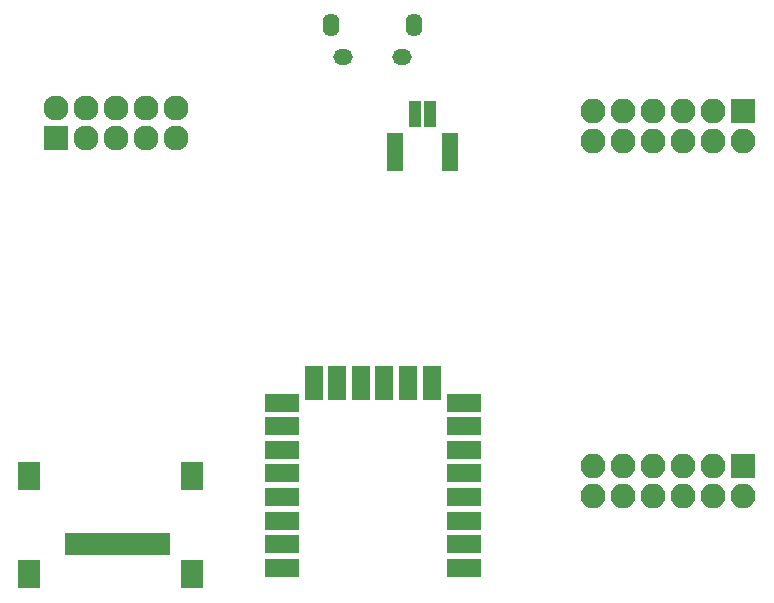
<source format=gbs>
G04 #@! TF.FileFunction,Soldermask,Bot*
%FSLAX46Y46*%
G04 Gerber Fmt 4.6, Leading zero omitted, Abs format (unit mm)*
G04 Created by KiCad (PCBNEW 4.0.7) date Tue Jan 16 16:57:22 2018*
%MOMM*%
%LPD*%
G01*
G04 APERTURE LIST*
%ADD10C,0.100000*%
%ADD11R,2.900000X1.500000*%
%ADD12R,1.500000X2.900000*%
%ADD13R,1.200000X1.900000*%
%ADD14R,1.850000X2.400000*%
%ADD15O,1.650000X1.350000*%
%ADD16O,1.400000X1.950000*%
%ADD17R,2.100000X2.100000*%
%ADD18O,2.100000X2.100000*%
%ADD19R,1.000000X2.200000*%
%ADD20R,1.400000X3.200000*%
%ADD21R,2.127200X2.127200*%
%ADD22O,2.127200X2.127200*%
G04 APERTURE END LIST*
D10*
D11*
X82300000Y-97400000D03*
X82300000Y-95400000D03*
X82300000Y-93400000D03*
X82300000Y-91400000D03*
X82300000Y-89400000D03*
X82300000Y-87400000D03*
X82300000Y-85400000D03*
X82300000Y-83400000D03*
X97700000Y-83400000D03*
X97700000Y-85400000D03*
X97700000Y-87400000D03*
X97700000Y-89400000D03*
X97700000Y-91400000D03*
X97700000Y-93400000D03*
X97700000Y-95400000D03*
X97700000Y-97400000D03*
D12*
X84990000Y-81700000D03*
X86990000Y-81700000D03*
X88990000Y-81700000D03*
X90990000Y-81700000D03*
X92990000Y-81700000D03*
X94990000Y-81700000D03*
D13*
X64525000Y-95350000D03*
X65625000Y-95350000D03*
X66725000Y-95350000D03*
X67825000Y-95350000D03*
X68925000Y-95350000D03*
X70025000Y-95350000D03*
X71125000Y-95350000D03*
X72225000Y-95350000D03*
D14*
X60925000Y-89650000D03*
X60925000Y-97950000D03*
X74675000Y-89650000D03*
X74675000Y-97950000D03*
D15*
X92500000Y-54150000D03*
X87500000Y-54150000D03*
D16*
X93500000Y-51450000D03*
X86500000Y-51450000D03*
D17*
X121350000Y-88730000D03*
D18*
X121350000Y-91270000D03*
X118810000Y-88730000D03*
X118810000Y-91270000D03*
X116270000Y-88730000D03*
X116270000Y-91270000D03*
X113730000Y-88730000D03*
X113730000Y-91270000D03*
X111190000Y-88730000D03*
X111190000Y-91270000D03*
X108650000Y-88730000D03*
X108650000Y-91270000D03*
D17*
X121350000Y-58730000D03*
D18*
X121350000Y-61270000D03*
X118810000Y-58730000D03*
X118810000Y-61270000D03*
X116270000Y-58730000D03*
X116270000Y-61270000D03*
X113730000Y-58730000D03*
X113730000Y-61270000D03*
X111190000Y-58730000D03*
X111190000Y-61270000D03*
X108650000Y-58730000D03*
X108650000Y-61270000D03*
D19*
X94825000Y-59000000D03*
X93575000Y-59000000D03*
D20*
X91850000Y-62200000D03*
X96550000Y-62200000D03*
D21*
X63200000Y-61000000D03*
D22*
X63200000Y-58460000D03*
X65740000Y-61000000D03*
X65740000Y-58460000D03*
X68280000Y-61000000D03*
X68280000Y-58460000D03*
X70820000Y-61000000D03*
X70820000Y-58460000D03*
X73360000Y-61000000D03*
X73360000Y-58460000D03*
M02*

</source>
